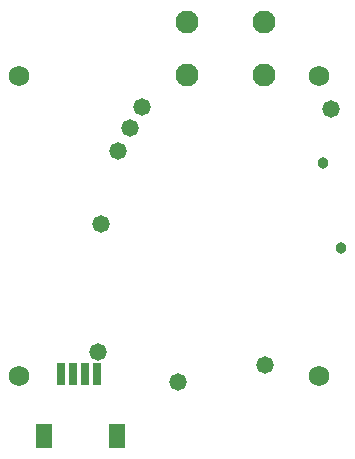
<source format=gts>
G04*
G04 #@! TF.GenerationSoftware,Altium Limited,Altium Designer,20.0.14 (345)*
G04*
G04 Layer_Color=8388736*
%FSLAX25Y25*%
%MOIN*%
G70*
G01*
G75*
%ADD15R,0.05524X0.07887*%
%ADD16R,0.03162X0.07493*%
%ADD17C,0.07690*%
%ADD18C,0.06800*%
%ADD19C,0.05800*%
%ADD20C,0.03800*%
D15*
X57693Y4831D02*
D03*
X33283D02*
D03*
D16*
X51000Y25500D02*
D03*
X47063D02*
D03*
X43126D02*
D03*
X39189D02*
D03*
D17*
X81205Y125142D02*
D03*
X106795D02*
D03*
X81205Y142858D02*
D03*
X106795D02*
D03*
D18*
X125000Y25000D02*
D03*
Y125000D02*
D03*
X25000D02*
D03*
Y25000D02*
D03*
D19*
X52461Y75543D02*
D03*
X51500Y33000D02*
D03*
X62000Y107500D02*
D03*
X58000Y100000D02*
D03*
X66000Y114500D02*
D03*
X129000Y114000D02*
D03*
X78000Y23004D02*
D03*
X107000Y28504D02*
D03*
D20*
X132500Y67500D02*
D03*
X126500Y96000D02*
D03*
M02*

</source>
